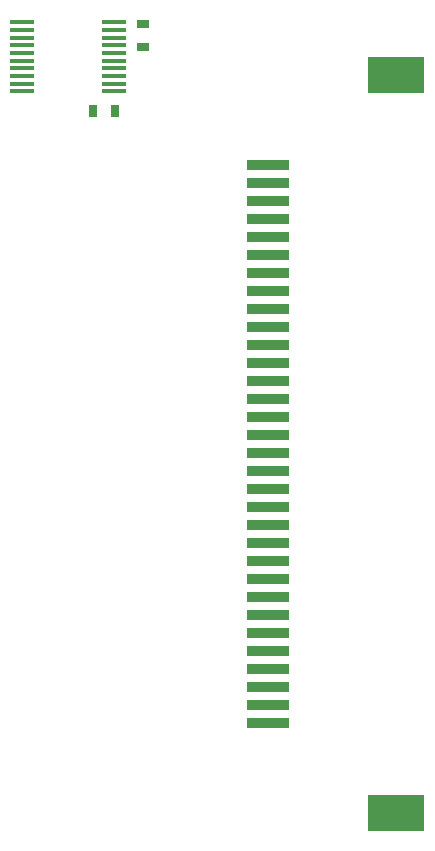
<source format=gtp>
%TF.GenerationSoftware,KiCad,Pcbnew,7.0.8*%
%TF.CreationDate,2023-12-20T10:37:58-05:00*%
%TF.ProjectId,gba-umd,6762612d-756d-4642-9e6b-696361645f70,rev?*%
%TF.SameCoordinates,PX7cc0090PY8eeaea0*%
%TF.FileFunction,Paste,Top*%
%TF.FilePolarity,Positive*%
%FSLAX46Y46*%
G04 Gerber Fmt 4.6, Leading zero omitted, Abs format (unit mm)*
G04 Created by KiCad (PCBNEW 7.0.8) date 2023-12-20 10:37:58*
%MOMM*%
%LPD*%
G01*
G04 APERTURE LIST*
%ADD10R,2.000000X0.300000*%
%ADD11R,1.000000X0.800000*%
%ADD12R,0.800000X1.000000*%
%ADD13R,3.556000X0.889000*%
%ADD14R,4.826000X3.048000*%
G04 APERTURE END LIST*
D10*
%TO.C,U100*%
X10070000Y80141000D03*
X10070000Y79491000D03*
X10070000Y78841000D03*
X10070000Y78191000D03*
X10070000Y77541000D03*
X10070000Y76891000D03*
X10070000Y76241000D03*
X10070000Y75591000D03*
X10070000Y74941000D03*
X10070000Y74291000D03*
X17870000Y74291000D03*
X17870000Y74941000D03*
X17870000Y75591000D03*
X17870000Y76241000D03*
X17870000Y76891000D03*
X17870000Y77541000D03*
X17870000Y78191000D03*
X17870000Y78841000D03*
X17870000Y79491000D03*
X17870000Y80141000D03*
%TD*%
D11*
%TO.C,C101*%
X20320000Y79944000D03*
X20320000Y78044000D03*
%TD*%
D12*
%TO.C,R101*%
X17968000Y72644000D03*
X16068000Y72644000D03*
%TD*%
D13*
%TO.C,CON103*%
X30924500Y68072000D03*
X30924500Y66548000D03*
X30924500Y65024000D03*
X30924500Y63500000D03*
X30924500Y61976000D03*
X30924500Y60452000D03*
X30924500Y58928000D03*
X30924500Y57404000D03*
X30924500Y55880000D03*
X30924500Y54356000D03*
X30924500Y52832000D03*
X30924500Y51308000D03*
X30924500Y49784000D03*
X30924500Y48260000D03*
X30924500Y46736000D03*
X30924500Y45212000D03*
X30924500Y43688000D03*
X30924500Y42164000D03*
X30924500Y40640000D03*
X30924500Y39116000D03*
X30924500Y37592000D03*
X30924500Y36068000D03*
X30924500Y34544000D03*
X30924500Y33020000D03*
X30924500Y31496000D03*
X30924500Y29972000D03*
X30924500Y28448000D03*
X30924500Y26924000D03*
X30924500Y25400000D03*
X30924500Y23876000D03*
X30924500Y22352000D03*
X30924500Y20828000D03*
D14*
X41719500Y75692000D03*
X41719500Y13208000D03*
%TD*%
M02*

</source>
